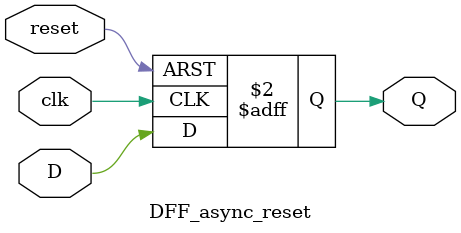
<source format=v>
module DFF_async_reset (
    input  wire D,
    input  wire clk,
    input  wire reset, 
    output reg  Q
);
    always @(posedge clk or posedge reset) begin
        if (reset)
            Q <= 1'b0;
        else
            Q <= D;
    end
endmodule


</source>
